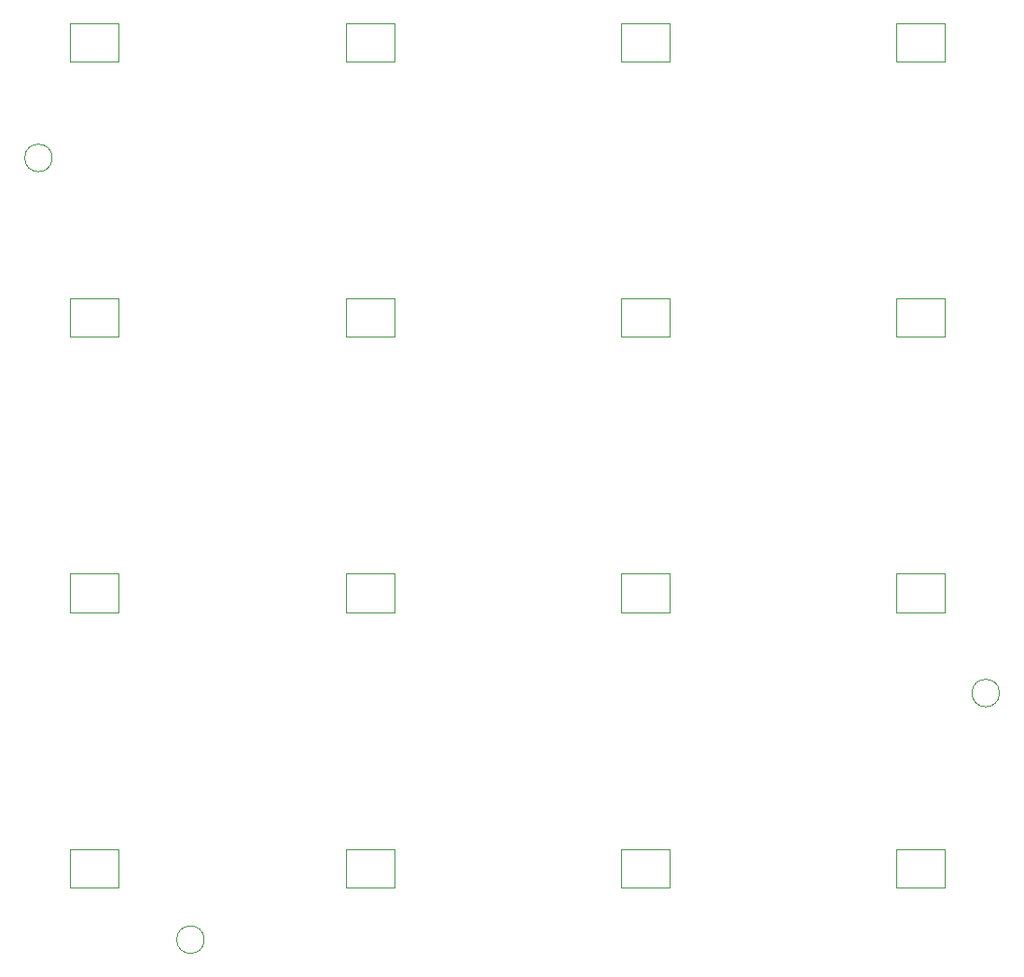
<source format=gbr>
G04 #@! TF.GenerationSoftware,KiCad,Pcbnew,(5.1.5)-3*
G04 #@! TF.CreationDate,2020-06-01T09:55:04+02:00*
G04 #@! TF.ProjectId,cz-badge-hardware,637a2d62-6164-4676-952d-686172647761,rev?*
G04 #@! TF.SameCoordinates,PX17d7840PY7735940*
G04 #@! TF.FileFunction,Other,User*
%FSLAX46Y46*%
G04 Gerber Fmt 4.6, Leading zero omitted, Abs format (unit mm)*
G04 Created by KiCad (PCBNEW (5.1.5)-3) date 2020-06-01 09:55:04*
%MOMM*%
%LPD*%
G04 APERTURE LIST*
%ADD10C,0.050000*%
G04 APERTURE END LIST*
D10*
X94650000Y28400000D02*
G75*
G03X94650000Y28400000I-1250000J0D01*
G01*
X22450000Y6000000D02*
G75*
G03X22450000Y6000000I-1250000J0D01*
G01*
X8650000Y77000000D02*
G75*
G03X8650000Y77000000I-1250000J0D01*
G01*
X89700000Y14250000D02*
X85300000Y14250000D01*
X89700000Y10750000D02*
X89700000Y14250000D01*
X85300000Y10750000D02*
X89700000Y10750000D01*
X85300000Y14250000D02*
X85300000Y10750000D01*
X89700000Y39250000D02*
X85300000Y39250000D01*
X89700000Y35750000D02*
X89700000Y39250000D01*
X85300000Y35750000D02*
X89700000Y35750000D01*
X85300000Y39250000D02*
X85300000Y35750000D01*
X89700000Y64250000D02*
X85300000Y64250000D01*
X89700000Y60750000D02*
X89700000Y64250000D01*
X85300000Y60750000D02*
X89700000Y60750000D01*
X85300000Y64250000D02*
X85300000Y60750000D01*
X89700000Y89250000D02*
X85300000Y89250000D01*
X89700000Y85750000D02*
X89700000Y89250000D01*
X85300000Y85750000D02*
X89700000Y85750000D01*
X85300000Y89250000D02*
X85300000Y85750000D01*
X64700000Y14250000D02*
X60300000Y14250000D01*
X64700000Y10750000D02*
X64700000Y14250000D01*
X60300000Y10750000D02*
X64700000Y10750000D01*
X60300000Y14250000D02*
X60300000Y10750000D01*
X64700000Y39250000D02*
X60300000Y39250000D01*
X64700000Y35750000D02*
X64700000Y39250000D01*
X60300000Y35750000D02*
X64700000Y35750000D01*
X60300000Y39250000D02*
X60300000Y35750000D01*
X64700000Y64250000D02*
X60300000Y64250000D01*
X64700000Y60750000D02*
X64700000Y64250000D01*
X60300000Y60750000D02*
X64700000Y60750000D01*
X60300000Y64250000D02*
X60300000Y60750000D01*
X64700000Y89250000D02*
X60300000Y89250000D01*
X64700000Y85750000D02*
X64700000Y89250000D01*
X60300000Y85750000D02*
X64700000Y85750000D01*
X60300000Y89250000D02*
X60300000Y85750000D01*
X39700000Y14250000D02*
X35300000Y14250000D01*
X39700000Y10750000D02*
X39700000Y14250000D01*
X35300000Y10750000D02*
X39700000Y10750000D01*
X35300000Y14250000D02*
X35300000Y10750000D01*
X39700000Y39250000D02*
X35300000Y39250000D01*
X39700000Y35750000D02*
X39700000Y39250000D01*
X35300000Y35750000D02*
X39700000Y35750000D01*
X35300000Y39250000D02*
X35300000Y35750000D01*
X39700000Y64250000D02*
X35300000Y64250000D01*
X39700000Y60750000D02*
X39700000Y64250000D01*
X35300000Y60750000D02*
X39700000Y60750000D01*
X35300000Y64250000D02*
X35300000Y60750000D01*
X39700000Y89250000D02*
X35300000Y89250000D01*
X39700000Y85750000D02*
X39700000Y89250000D01*
X35300000Y85750000D02*
X39700000Y85750000D01*
X35300000Y89250000D02*
X35300000Y85750000D01*
X14700000Y14250000D02*
X10300000Y14250000D01*
X14700000Y10750000D02*
X14700000Y14250000D01*
X10300000Y10750000D02*
X14700000Y10750000D01*
X10300000Y14250000D02*
X10300000Y10750000D01*
X14700000Y39250000D02*
X10300000Y39250000D01*
X14700000Y35750000D02*
X14700000Y39250000D01*
X10300000Y35750000D02*
X14700000Y35750000D01*
X10300000Y39250000D02*
X10300000Y35750000D01*
X14700000Y64250000D02*
X10300000Y64250000D01*
X14700000Y60750000D02*
X14700000Y64250000D01*
X10300000Y60750000D02*
X14700000Y60750000D01*
X10300000Y64250000D02*
X10300000Y60750000D01*
X14700000Y89250000D02*
X10300000Y89250000D01*
X14700000Y85750000D02*
X14700000Y89250000D01*
X10300000Y85750000D02*
X14700000Y85750000D01*
X10300000Y89250000D02*
X10300000Y85750000D01*
M02*

</source>
